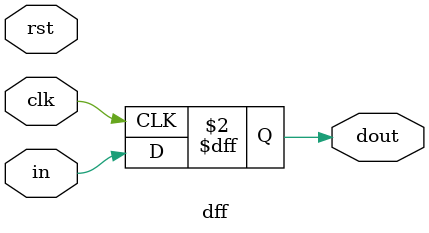
<source format=v>
`timescale 1ns / 1ps


module dff(input rst,clk,in, output reg dout

    );
    
        
    always@(posedge clk)
      dout <= in;
    
endmodule

</source>
